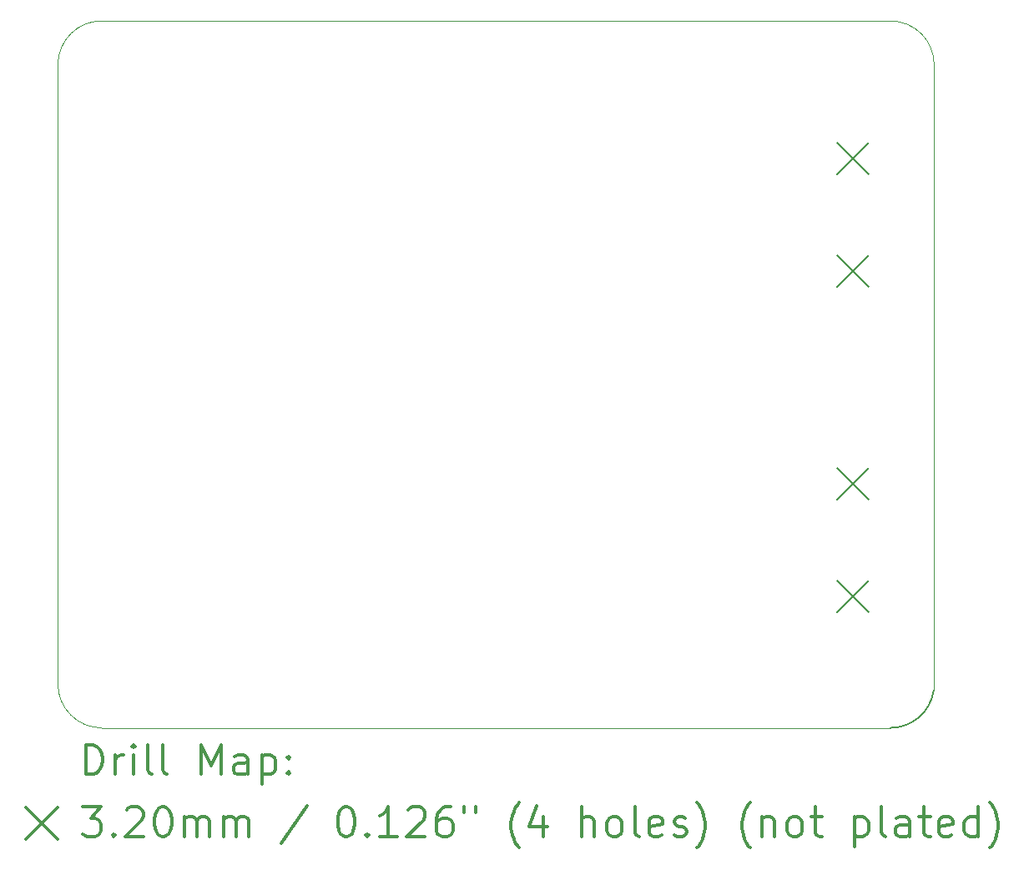
<source format=gbr>
%FSLAX45Y45*%
G04 Gerber Fmt 4.5, Leading zero omitted, Abs format (unit mm)*
G04 Created by KiCad (PCBNEW 5.1.5-52549c5~84~ubuntu19.10.1) date 2020-02-18 09:14:37*
%MOMM*%
%LPD*%
G04 APERTURE LIST*
%TA.AperFunction,Profile*%
%ADD10C,0.100000*%
%TD*%
%TA.AperFunction,Profile*%
%ADD11C,0.150000*%
%TD*%
%ADD12C,0.200000*%
%ADD13C,0.300000*%
G04 APERTURE END LIST*
D10*
X5715000Y-11176000D02*
X5715000Y-4889500D01*
X14160500Y-11620500D02*
X6159500Y-11620500D01*
X14605000Y-4889500D02*
X14600565Y-11238631D01*
X6159500Y-4445000D02*
X14160500Y-4445000D01*
X5715000Y-4889500D02*
G75*
G02X6159500Y-4445000I444500J0D01*
G01*
X14160500Y-4445000D02*
G75*
G02X14605000Y-4889500I0J-444500D01*
G01*
X6159500Y-11620500D02*
G75*
G02X5715000Y-11176000I0J444500D01*
G01*
D11*
X14600565Y-11238631D02*
G75*
G02X14160500Y-11620500I-440066J62631D01*
G01*
D12*
X13619500Y-8984000D02*
X13939500Y-9304000D01*
X13939500Y-8984000D02*
X13619500Y-9304000D01*
X13619500Y-10127000D02*
X13939500Y-10447000D01*
X13939500Y-10127000D02*
X13619500Y-10447000D01*
X13619500Y-5682000D02*
X13939500Y-6002000D01*
X13939500Y-5682000D02*
X13619500Y-6002000D01*
X13619500Y-6825000D02*
X13939500Y-7145000D01*
X13939500Y-6825000D02*
X13619500Y-7145000D01*
D13*
X5996428Y-12093714D02*
X5996428Y-11793714D01*
X6067857Y-11793714D01*
X6110714Y-11808000D01*
X6139286Y-11836571D01*
X6153571Y-11865143D01*
X6167857Y-11922286D01*
X6167857Y-11965143D01*
X6153571Y-12022286D01*
X6139286Y-12050857D01*
X6110714Y-12079429D01*
X6067857Y-12093714D01*
X5996428Y-12093714D01*
X6296428Y-12093714D02*
X6296428Y-11893714D01*
X6296428Y-11950857D02*
X6310714Y-11922286D01*
X6325000Y-11908000D01*
X6353571Y-11893714D01*
X6382143Y-11893714D01*
X6482143Y-12093714D02*
X6482143Y-11893714D01*
X6482143Y-11793714D02*
X6467857Y-11808000D01*
X6482143Y-11822286D01*
X6496428Y-11808000D01*
X6482143Y-11793714D01*
X6482143Y-11822286D01*
X6667857Y-12093714D02*
X6639286Y-12079429D01*
X6625000Y-12050857D01*
X6625000Y-11793714D01*
X6825000Y-12093714D02*
X6796428Y-12079429D01*
X6782143Y-12050857D01*
X6782143Y-11793714D01*
X7167857Y-12093714D02*
X7167857Y-11793714D01*
X7267857Y-12008000D01*
X7367857Y-11793714D01*
X7367857Y-12093714D01*
X7639286Y-12093714D02*
X7639286Y-11936571D01*
X7625000Y-11908000D01*
X7596428Y-11893714D01*
X7539286Y-11893714D01*
X7510714Y-11908000D01*
X7639286Y-12079429D02*
X7610714Y-12093714D01*
X7539286Y-12093714D01*
X7510714Y-12079429D01*
X7496428Y-12050857D01*
X7496428Y-12022286D01*
X7510714Y-11993714D01*
X7539286Y-11979429D01*
X7610714Y-11979429D01*
X7639286Y-11965143D01*
X7782143Y-11893714D02*
X7782143Y-12193714D01*
X7782143Y-11908000D02*
X7810714Y-11893714D01*
X7867857Y-11893714D01*
X7896428Y-11908000D01*
X7910714Y-11922286D01*
X7925000Y-11950857D01*
X7925000Y-12036571D01*
X7910714Y-12065143D01*
X7896428Y-12079429D01*
X7867857Y-12093714D01*
X7810714Y-12093714D01*
X7782143Y-12079429D01*
X8053571Y-12065143D02*
X8067857Y-12079429D01*
X8053571Y-12093714D01*
X8039286Y-12079429D01*
X8053571Y-12065143D01*
X8053571Y-12093714D01*
X8053571Y-11908000D02*
X8067857Y-11922286D01*
X8053571Y-11936571D01*
X8039286Y-11922286D01*
X8053571Y-11908000D01*
X8053571Y-11936571D01*
X5390000Y-12428000D02*
X5710000Y-12748000D01*
X5710000Y-12428000D02*
X5390000Y-12748000D01*
X5967857Y-12423714D02*
X6153571Y-12423714D01*
X6053571Y-12538000D01*
X6096428Y-12538000D01*
X6125000Y-12552286D01*
X6139286Y-12566571D01*
X6153571Y-12595143D01*
X6153571Y-12666571D01*
X6139286Y-12695143D01*
X6125000Y-12709429D01*
X6096428Y-12723714D01*
X6010714Y-12723714D01*
X5982143Y-12709429D01*
X5967857Y-12695143D01*
X6282143Y-12695143D02*
X6296428Y-12709429D01*
X6282143Y-12723714D01*
X6267857Y-12709429D01*
X6282143Y-12695143D01*
X6282143Y-12723714D01*
X6410714Y-12452286D02*
X6425000Y-12438000D01*
X6453571Y-12423714D01*
X6525000Y-12423714D01*
X6553571Y-12438000D01*
X6567857Y-12452286D01*
X6582143Y-12480857D01*
X6582143Y-12509429D01*
X6567857Y-12552286D01*
X6396428Y-12723714D01*
X6582143Y-12723714D01*
X6767857Y-12423714D02*
X6796428Y-12423714D01*
X6825000Y-12438000D01*
X6839286Y-12452286D01*
X6853571Y-12480857D01*
X6867857Y-12538000D01*
X6867857Y-12609429D01*
X6853571Y-12666571D01*
X6839286Y-12695143D01*
X6825000Y-12709429D01*
X6796428Y-12723714D01*
X6767857Y-12723714D01*
X6739286Y-12709429D01*
X6725000Y-12695143D01*
X6710714Y-12666571D01*
X6696428Y-12609429D01*
X6696428Y-12538000D01*
X6710714Y-12480857D01*
X6725000Y-12452286D01*
X6739286Y-12438000D01*
X6767857Y-12423714D01*
X6996428Y-12723714D02*
X6996428Y-12523714D01*
X6996428Y-12552286D02*
X7010714Y-12538000D01*
X7039286Y-12523714D01*
X7082143Y-12523714D01*
X7110714Y-12538000D01*
X7125000Y-12566571D01*
X7125000Y-12723714D01*
X7125000Y-12566571D02*
X7139286Y-12538000D01*
X7167857Y-12523714D01*
X7210714Y-12523714D01*
X7239286Y-12538000D01*
X7253571Y-12566571D01*
X7253571Y-12723714D01*
X7396428Y-12723714D02*
X7396428Y-12523714D01*
X7396428Y-12552286D02*
X7410714Y-12538000D01*
X7439286Y-12523714D01*
X7482143Y-12523714D01*
X7510714Y-12538000D01*
X7525000Y-12566571D01*
X7525000Y-12723714D01*
X7525000Y-12566571D02*
X7539286Y-12538000D01*
X7567857Y-12523714D01*
X7610714Y-12523714D01*
X7639286Y-12538000D01*
X7653571Y-12566571D01*
X7653571Y-12723714D01*
X8239286Y-12409429D02*
X7982143Y-12795143D01*
X8625000Y-12423714D02*
X8653571Y-12423714D01*
X8682143Y-12438000D01*
X8696428Y-12452286D01*
X8710714Y-12480857D01*
X8725000Y-12538000D01*
X8725000Y-12609429D01*
X8710714Y-12666571D01*
X8696428Y-12695143D01*
X8682143Y-12709429D01*
X8653571Y-12723714D01*
X8625000Y-12723714D01*
X8596428Y-12709429D01*
X8582143Y-12695143D01*
X8567857Y-12666571D01*
X8553571Y-12609429D01*
X8553571Y-12538000D01*
X8567857Y-12480857D01*
X8582143Y-12452286D01*
X8596428Y-12438000D01*
X8625000Y-12423714D01*
X8853571Y-12695143D02*
X8867857Y-12709429D01*
X8853571Y-12723714D01*
X8839286Y-12709429D01*
X8853571Y-12695143D01*
X8853571Y-12723714D01*
X9153571Y-12723714D02*
X8982143Y-12723714D01*
X9067857Y-12723714D02*
X9067857Y-12423714D01*
X9039286Y-12466571D01*
X9010714Y-12495143D01*
X8982143Y-12509429D01*
X9267857Y-12452286D02*
X9282143Y-12438000D01*
X9310714Y-12423714D01*
X9382143Y-12423714D01*
X9410714Y-12438000D01*
X9425000Y-12452286D01*
X9439286Y-12480857D01*
X9439286Y-12509429D01*
X9425000Y-12552286D01*
X9253571Y-12723714D01*
X9439286Y-12723714D01*
X9696428Y-12423714D02*
X9639286Y-12423714D01*
X9610714Y-12438000D01*
X9596428Y-12452286D01*
X9567857Y-12495143D01*
X9553571Y-12552286D01*
X9553571Y-12666571D01*
X9567857Y-12695143D01*
X9582143Y-12709429D01*
X9610714Y-12723714D01*
X9667857Y-12723714D01*
X9696428Y-12709429D01*
X9710714Y-12695143D01*
X9725000Y-12666571D01*
X9725000Y-12595143D01*
X9710714Y-12566571D01*
X9696428Y-12552286D01*
X9667857Y-12538000D01*
X9610714Y-12538000D01*
X9582143Y-12552286D01*
X9567857Y-12566571D01*
X9553571Y-12595143D01*
X9839286Y-12423714D02*
X9839286Y-12480857D01*
X9953571Y-12423714D02*
X9953571Y-12480857D01*
X10396428Y-12838000D02*
X10382143Y-12823714D01*
X10353571Y-12780857D01*
X10339286Y-12752286D01*
X10325000Y-12709429D01*
X10310714Y-12638000D01*
X10310714Y-12580857D01*
X10325000Y-12509429D01*
X10339286Y-12466571D01*
X10353571Y-12438000D01*
X10382143Y-12395143D01*
X10396428Y-12380857D01*
X10639286Y-12523714D02*
X10639286Y-12723714D01*
X10567857Y-12409429D02*
X10496428Y-12623714D01*
X10682143Y-12623714D01*
X11025000Y-12723714D02*
X11025000Y-12423714D01*
X11153571Y-12723714D02*
X11153571Y-12566571D01*
X11139286Y-12538000D01*
X11110714Y-12523714D01*
X11067857Y-12523714D01*
X11039286Y-12538000D01*
X11025000Y-12552286D01*
X11339286Y-12723714D02*
X11310714Y-12709429D01*
X11296428Y-12695143D01*
X11282143Y-12666571D01*
X11282143Y-12580857D01*
X11296428Y-12552286D01*
X11310714Y-12538000D01*
X11339286Y-12523714D01*
X11382143Y-12523714D01*
X11410714Y-12538000D01*
X11425000Y-12552286D01*
X11439286Y-12580857D01*
X11439286Y-12666571D01*
X11425000Y-12695143D01*
X11410714Y-12709429D01*
X11382143Y-12723714D01*
X11339286Y-12723714D01*
X11610714Y-12723714D02*
X11582143Y-12709429D01*
X11567857Y-12680857D01*
X11567857Y-12423714D01*
X11839286Y-12709429D02*
X11810714Y-12723714D01*
X11753571Y-12723714D01*
X11725000Y-12709429D01*
X11710714Y-12680857D01*
X11710714Y-12566571D01*
X11725000Y-12538000D01*
X11753571Y-12523714D01*
X11810714Y-12523714D01*
X11839286Y-12538000D01*
X11853571Y-12566571D01*
X11853571Y-12595143D01*
X11710714Y-12623714D01*
X11967857Y-12709429D02*
X11996428Y-12723714D01*
X12053571Y-12723714D01*
X12082143Y-12709429D01*
X12096428Y-12680857D01*
X12096428Y-12666571D01*
X12082143Y-12638000D01*
X12053571Y-12623714D01*
X12010714Y-12623714D01*
X11982143Y-12609429D01*
X11967857Y-12580857D01*
X11967857Y-12566571D01*
X11982143Y-12538000D01*
X12010714Y-12523714D01*
X12053571Y-12523714D01*
X12082143Y-12538000D01*
X12196428Y-12838000D02*
X12210714Y-12823714D01*
X12239286Y-12780857D01*
X12253571Y-12752286D01*
X12267857Y-12709429D01*
X12282143Y-12638000D01*
X12282143Y-12580857D01*
X12267857Y-12509429D01*
X12253571Y-12466571D01*
X12239286Y-12438000D01*
X12210714Y-12395143D01*
X12196428Y-12380857D01*
X12739286Y-12838000D02*
X12725000Y-12823714D01*
X12696428Y-12780857D01*
X12682143Y-12752286D01*
X12667857Y-12709429D01*
X12653571Y-12638000D01*
X12653571Y-12580857D01*
X12667857Y-12509429D01*
X12682143Y-12466571D01*
X12696428Y-12438000D01*
X12725000Y-12395143D01*
X12739286Y-12380857D01*
X12853571Y-12523714D02*
X12853571Y-12723714D01*
X12853571Y-12552286D02*
X12867857Y-12538000D01*
X12896428Y-12523714D01*
X12939286Y-12523714D01*
X12967857Y-12538000D01*
X12982143Y-12566571D01*
X12982143Y-12723714D01*
X13167857Y-12723714D02*
X13139286Y-12709429D01*
X13125000Y-12695143D01*
X13110714Y-12666571D01*
X13110714Y-12580857D01*
X13125000Y-12552286D01*
X13139286Y-12538000D01*
X13167857Y-12523714D01*
X13210714Y-12523714D01*
X13239286Y-12538000D01*
X13253571Y-12552286D01*
X13267857Y-12580857D01*
X13267857Y-12666571D01*
X13253571Y-12695143D01*
X13239286Y-12709429D01*
X13210714Y-12723714D01*
X13167857Y-12723714D01*
X13353571Y-12523714D02*
X13467857Y-12523714D01*
X13396428Y-12423714D02*
X13396428Y-12680857D01*
X13410714Y-12709429D01*
X13439286Y-12723714D01*
X13467857Y-12723714D01*
X13796428Y-12523714D02*
X13796428Y-12823714D01*
X13796428Y-12538000D02*
X13825000Y-12523714D01*
X13882143Y-12523714D01*
X13910714Y-12538000D01*
X13925000Y-12552286D01*
X13939286Y-12580857D01*
X13939286Y-12666571D01*
X13925000Y-12695143D01*
X13910714Y-12709429D01*
X13882143Y-12723714D01*
X13825000Y-12723714D01*
X13796428Y-12709429D01*
X14110714Y-12723714D02*
X14082143Y-12709429D01*
X14067857Y-12680857D01*
X14067857Y-12423714D01*
X14353571Y-12723714D02*
X14353571Y-12566571D01*
X14339286Y-12538000D01*
X14310714Y-12523714D01*
X14253571Y-12523714D01*
X14225000Y-12538000D01*
X14353571Y-12709429D02*
X14325000Y-12723714D01*
X14253571Y-12723714D01*
X14225000Y-12709429D01*
X14210714Y-12680857D01*
X14210714Y-12652286D01*
X14225000Y-12623714D01*
X14253571Y-12609429D01*
X14325000Y-12609429D01*
X14353571Y-12595143D01*
X14453571Y-12523714D02*
X14567857Y-12523714D01*
X14496428Y-12423714D02*
X14496428Y-12680857D01*
X14510714Y-12709429D01*
X14539286Y-12723714D01*
X14567857Y-12723714D01*
X14782143Y-12709429D02*
X14753571Y-12723714D01*
X14696428Y-12723714D01*
X14667857Y-12709429D01*
X14653571Y-12680857D01*
X14653571Y-12566571D01*
X14667857Y-12538000D01*
X14696428Y-12523714D01*
X14753571Y-12523714D01*
X14782143Y-12538000D01*
X14796428Y-12566571D01*
X14796428Y-12595143D01*
X14653571Y-12623714D01*
X15053571Y-12723714D02*
X15053571Y-12423714D01*
X15053571Y-12709429D02*
X15025000Y-12723714D01*
X14967857Y-12723714D01*
X14939286Y-12709429D01*
X14925000Y-12695143D01*
X14910714Y-12666571D01*
X14910714Y-12580857D01*
X14925000Y-12552286D01*
X14939286Y-12538000D01*
X14967857Y-12523714D01*
X15025000Y-12523714D01*
X15053571Y-12538000D01*
X15167857Y-12838000D02*
X15182143Y-12823714D01*
X15210714Y-12780857D01*
X15225000Y-12752286D01*
X15239286Y-12709429D01*
X15253571Y-12638000D01*
X15253571Y-12580857D01*
X15239286Y-12509429D01*
X15225000Y-12466571D01*
X15210714Y-12438000D01*
X15182143Y-12395143D01*
X15167857Y-12380857D01*
M02*

</source>
